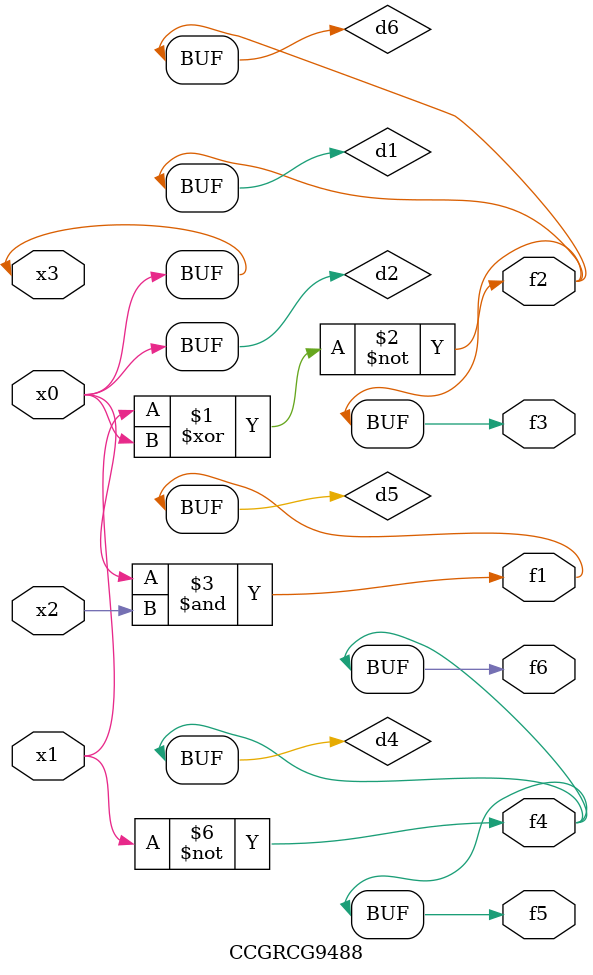
<source format=v>
module CCGRCG9488(
	input x0, x1, x2, x3,
	output f1, f2, f3, f4, f5, f6
);

	wire d1, d2, d3, d4, d5, d6;

	xnor (d1, x1, x3);
	buf (d2, x0, x3);
	nand (d3, x0, x2);
	not (d4, x1);
	nand (d5, d3);
	or (d6, d1);
	assign f1 = d5;
	assign f2 = d6;
	assign f3 = d6;
	assign f4 = d4;
	assign f5 = d4;
	assign f6 = d4;
endmodule

</source>
